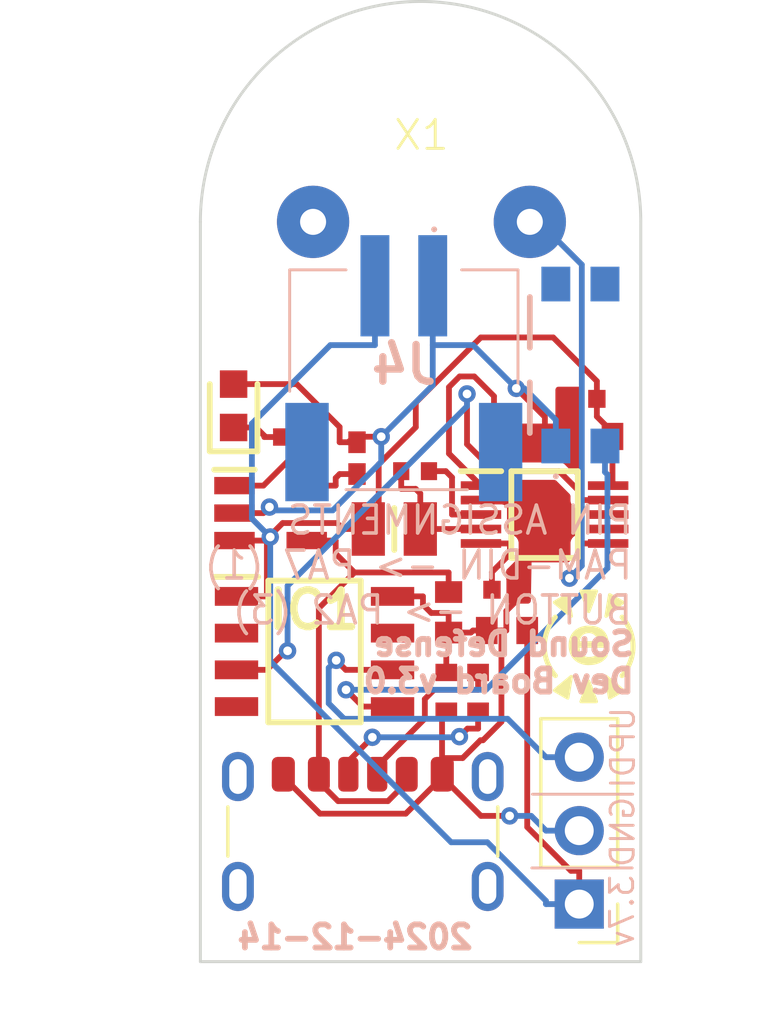
<source format=kicad_pcb>
(kicad_pcb (version 20240108) (generator "pcbnew") (generator_version "8.0")
  (layers (0 "F.Cu" signal) (31 "B.Cu" signal) (34 "B.Paste" user) (35 "F.Paste" user) (36 "B.SilkS" user "B.Silkscreen") (37 "F.SilkS" user "F.Silkscreen") (38 "B.Mask" user) (39 "F.Mask" user) (44 "Edge.Cuts" user))
  (net 0 "")
  (net 1 "Net-(IC2-BOOT)")
  (net 2 "Net-(IC2-SW)")
  (net 3 "Net-(IC2-FB)")
  (net 4 "GND")
  (net 5 "Net-(IC2-VCC)")
  (net 6 "Net-(IC1-PA2)")
  (net 7 "Net-(IC1-PA7)")
  (net 8 "Net-(IC2-OUTN)")
  (net 9 "Net-(IC2-OUTP)")
  (net 12 "/VBAT")
  (net 13 "Net-(IC3-STAT)")
  (net 14 "Net-(IC3-PROG)")
  (net 15 "Net-(IC3-VDD)")
  (net 17 "Net-(J3-CC2)")
  (net 19 "Net-(J3-CC1)")
  (net 24 "Net-(LED1-K)")
  (net 27 "/UPDI")
  (footprint "SD-PAM:SOP50P490X110-10N" (layer "F.Cu") (at 143.88 103.47)
    (property "Reference" "IC2" (hide yes))
    (property "Value" "PAM8906M1018-13" (hide yes))
  )
  (footprint "SD-RES-5_1K:RESC1005X40N" (layer "F.Cu") (at 141.03 108.93)
    (property "Reference" "R3" (hide yes))
    (property "Value" "5.1KOhm" (hide yes))
  )
  (footprint "SD-CAP1:CAPC1005X55N" (layer "F.Cu") (at 145.23 99.47 180)
    (property "Reference" "C4" (hide yes))
    (property "Value" "1uF GRM155R61E105KA12D" (hide yes))
  )
  (footprint "SD-CAP1:CAPC1005X55N" (layer "F.Cu") (at 142.52 106.07 180)
    (property "Reference" "C2" (hide yes))
    (property "Value" "1uF GRM155R61E105KA12D" (hide yes))
  )
  (footprint "Connector_USB:USB_C_Receptacle_GCT_USB4125-xx-x-0190_6P_TopMnt_Horizontal" (layer "F.Cu") (at 137.59 115.53)
    (property "Reference" "J3" (hide yes))
    (property "Value" "USB_C_Receptacle_PowerOnly_6P")
  )
  (footprint "Connector_PinHeader_2.54mm:PinHeader_1x03_P2.54mm_Vertical" (layer "F.Cu") (at 145.08 116.94 180)
    (property "Reference" "J1" (hide yes))
    (property "Value" "Conn_01x03_Pin")
  )
  (footprint "LED:LEDC1608X80N" (layer "F.Cu") (at 133.12 99.71 90)
    (property "Reference" "LED1" (hide yes))
    (property "Value" "150060VS75000" (hide yes))
  )
  (footprint "SD-IND:INDC2016X95N" (layer "F.Cu") (at 138.68 103.97)
    (property "Reference" "L1" (hide yes))
    (property "Value" "SRN2009T-R47M" (hide yes))
  )
  (footprint "SD-CAP-10:CAPC1608X90N" (layer "F.Cu") (at 140.56 106.85 90)
    (property "Reference" "C6" (hide yes))
    (property "Value" "10uF GRM188R61E106MA73D" (hide yes))
  )
  (footprint "SD-CAP1:CAPC1005X55N" (layer "F.Cu") (at 142.59 100.925)
    (property "Reference" "C5" (hide yes))
    (property "Value" "1uF GRM155R61E105KA12D" (hide yes))
  )
  (footprint "SD-MCP:SOT95P270X145-5N" (layer "F.Cu") (at 134.4 103.42)
    (property "Reference" "IC3" (hide yes))
    (property "Value" "MCP73831T-2ACI_OT" (hide yes))
  )
  (footprint "SD-PIEZO:SD-CPT-1404-85T" (layer "F.Cu") (at 139.62 93.35)
    (property "Reference" "X1")
    (property "Value" "CPT-1404-85T")
  )
  (footprint "SD-CAP-10:CAPC1608X90N" (layer "F.Cu") (at 142.58 107.48 180)
    (property "Reference" "C7" (hide yes))
    (property "Value" "10uF GRM188R61E106MA73D" (hide yes))
  )
  (footprint "SD-RES-5_1K:RESC1005X40N" (layer "F.Cu") (at 141.03 110.27)
    (property "Reference" "R1" (hide yes))
    (property "Value" "5.1KOhm" (hide yes))
  )
  (footprint "SD-RES:RESC1005X40N" (layer "F.Cu") (at 135.41 100.79)
    (property "Reference" "R2" (hide yes))
    (property "Value" "100 Ohms" (hide yes))
  )
  (footprint "SD-01-CAP:CAPC1005X55N" (layer "F.Cu") (at 139.4 101.97)
    (property "Reference" "C1" (hide yes))
    (property "Value" "0.1uF 0402B104K160CT" (hide yes))
  )
  (footprint "SD-CAP-10:CAPC1608X90N" (layer "F.Cu") (at 145.53 100.77 180)
    (property "Reference" "C3" (hide yes))
    (property "Value" "10uF GRM188R61E106MA73D" (hide yes))
  )
  (footprint "SD-ATTINY:SOIC127P600X175-8N" (layer "F.Cu") (at 135.92 108.205)
    (property "Reference" "IC1")
    (property "Value" "ATTINY402-SSNR" (hide yes))
  )
  (footprint "SD-RES-10K:RESC1005X40N" (layer "F.Cu") (at 137.39 101.52 90)
    (property "Reference" "R4" (hide yes))
    (property "Value" "10K Ohm" (hide yes))
  )
  (footprint "SD-SWI:436331045822" (layer "B.Cu") (at 145.62 98.3 -90)
    (property "Reference" "S1" (hide yes))
    (property "Value" "436331045822" (hide yes))
  )
  (footprint "SD-JST3:S2BPHSM4TBLFSN" (layer "B.Cu") (at 139.01 98.81)
    (property "Reference" "J4")
    (property "Value" "S2B-PH-SM4-TB_LF__SN_" (hide yes))
  )
  (gr_line (start 146.93 113.14) (end 143.46 113.14) (stroke (width 0.1)) (layer "B.SilkS"))
  (gr_line (start 146.91 115.69) (end 143.44 115.69) (stroke (width 0.1)) (layer "B.SilkS"))
  (gr_poly (pts (xy 144.813485 109.015944) (xy 144.817267 109.016784) (xy 144.821046 109.017624) (xy 144.824408 109.018883) (xy 144.82819 109.020143) (xy 144.831549 109.021826) (xy 144.834911 109.023925) (xy 144.83785 109.026027) (xy 144.840792 109.028126) (xy 144.843734 109.030645) (xy 144.846253 109.033588) (xy 144.848776 109.03611) (xy 144.851295 109.039049) (xy 144.853394 109.042411) (xy 144.855077 109.04577) (xy 144.858436 109.052494) (xy 144.859698 109.056273) (xy 144.860538 109.059635) (xy 144.861378 109.063417) (xy 144.861798 109.067199) (xy 144.861798 109.078542) (xy 144.861378 109.08232) (xy 144.737862 109.822988) (xy 144.737442 109.826767) (xy 144.734923 109.834331) (xy 144.733664 109.83769) (xy 144.731981 109.841052) (xy 144.729882 109.844414) (xy 144.727779 109.847773) (xy 144.72526 109.850715) (xy 144.722738 109.853657) (xy 144.719799 109.856177) (xy 144.717276 109.858696) (xy 144.713917 109.861218) (xy 144.710975 109.862897) (xy 144.707616 109.865) (xy 144.703834 109.866679) (xy 144.700472 109.867939) (xy 144.696694 109.869198) (xy 144.692912 109.870041) (xy 144.68913 109.870881) (xy 144.685348 109.871301) (xy 144.677787 109.871301) (xy 144.670223 109.870461) (xy 144.666445 109.869621) (xy 144.662662 109.868358) (xy 144.658881 109.867099) (xy 144.655522 109.865419) (xy 144.65216 109.863737) (xy 144.195493 109.599905) (xy 144.192131 109.597806) (xy 144.189192 109.595703) (xy 144.18625 109.593184) (xy 144.183308 109.590662) (xy 144.180789 109.587723) (xy 144.178266 109.58478) (xy 144.176167 109.581841) (xy 144.174068 109.578479) (xy 144.172385 109.575117) (xy 144.170705 109.571338) (xy 144.169446 109.567976) (xy 144.168186 109.564194) (xy 144.167343 109.560416) (xy 144.166504 109.552852) (xy 144.166504 109.54907) (xy 144.166924 109.544871) (xy 144.167763 109.537307) (xy 144.169026 109.533948) (xy 144.171545 109.526384) (xy 144.173228 109.523023) (xy 144.174907 109.519664) (xy 144.177006 109.516301) (xy 144.179529 109.513363) (xy 144.182048 109.51042) (xy 144.18457 109.507901) (xy 144.187509 109.505379) (xy 144.767272 109.028126) (xy 144.770214 109.026027) (xy 144.773573 109.023925) (xy 144.776935 109.021826) (xy 144.780294 109.020143) (xy 144.783656 109.018883) (xy 144.787438 109.017624) (xy 144.790797 109.016784) (xy 144.794579 109.015944) (xy 144.802142 109.015104) (xy 144.805921 109.015104)) (stroke (width -0.000001)) (fill solid) (layer "F.SilkS"))
  (gr_poly (pts (xy 144.281195 106.935109) (xy 144.296319 106.94183) (xy 144.310181 106.951913) (xy 144.331187 106.979223) (xy 144.337071 106.994768) (xy 144.339591 107.011572) (xy 144.334969 107.0456) (xy 144.318165 107.074589) (xy 144.305983 107.088874) (xy 144.293797 107.103156) (xy 144.281615 107.11786) (xy 144.269852 107.132565) (xy 144.258086 107.14769) (xy 144.246744 107.162814) (xy 144.235401 107.177936) (xy 144.213556 107.209025) (xy 144.203053 107.224569) (xy 144.19255 107.240533) (xy 144.172384 107.272462) (xy 144.162721 107.288849) (xy 144.153058 107.305233) (xy 144.143817 107.321617) (xy 144.134574 107.338002) (xy 144.125751 107.354806) (xy 144.11693 107.37161) (xy 144.108527 107.388417) (xy 144.100123 107.405641) (xy 144.092143 107.422865) (xy 144.084579 107.440092) (xy 144.076598 107.457315) (xy 144.069454 107.474959) (xy 144.062313 107.492186) (xy 144.055592 107.50983) (xy 144.048871 107.527894) (xy 144.042147 107.54554) (xy 144.036266 107.563604) (xy 144.029965 107.581671) (xy 144.024503 107.599314) (xy 144.019042 107.617798) (xy 144.013581 107.635865) (xy 144.008539 107.653928) (xy 144.003918 107.672415) (xy 143.999296 107.690898) (xy 143.995094 107.709385) (xy 143.990895 107.727869) (xy 143.987114 107.746355) (xy 143.983751 107.764839) (xy 143.980392 107.783325) (xy 143.97703 107.802232) (xy 143.974508 107.821135) (xy 143.971569 107.839622) (xy 143.969467 107.858525) (xy 143.965268 107.896338) (xy 143.964005 107.914822) (xy 143.962326 107.933728) (xy 143.961486 107.952631) (xy 143.959807 107.990444) (xy 143.959387 108.009768) (xy 143.959387 108.047577) (xy 143.959807 108.066484) (xy 143.960646 108.08539) (xy 143.961486 108.104294) (xy 143.962326 108.1232) (xy 143.964005 108.142107) (xy 143.965268 108.16101) (xy 143.967367 108.179916) (xy 143.969467 108.1984) (xy 143.971569 108.217306) (xy 143.974508 108.23621) (xy 143.97703 108.254696) (xy 143.980392 108.273603) (xy 143.983751 108.292087) (xy 143.987114 108.310573) (xy 143.990895 108.329476) (xy 143.995094 108.347963) (xy 143.999296 108.366446) (xy 144.003918 108.384513) (xy 144.008539 108.402997) (xy 144.013581 108.421063) (xy 144.019042 108.439547) (xy 144.024503 108.457614) (xy 144.029965 108.475677) (xy 144.036266 108.493744) (xy 144.042147 108.511388) (xy 144.048871 108.529451) (xy 144.055592 108.547098) (xy 144.062313 108.564742) (xy 144.069454 108.581966) (xy 144.076598 108.599613) (xy 144.084579 108.616837) (xy 144.092143 108.63406) (xy 144.100123 108.651288) (xy 144.108527 108.668511) (xy 144.11693 108.685315) (xy 144.125751 108.702119) (xy 144.134574 108.718926) (xy 144.143817 108.735311) (xy 144.153058 108.752115) (xy 144.162721 108.768499) (xy 144.172384 108.784463) (xy 144.19255 108.816392) (xy 144.203053 108.832356) (xy 144.213556 108.8479) (xy 144.235401 108.878989) (xy 144.258086 108.909238) (xy 144.269852 108.924363) (xy 144.281615 108.939068) (xy 144.293797 108.953769) (xy 144.305983 108.968054) (xy 144.318165 108.982339) (xy 144.335389 109.011748) (xy 144.339171 109.028132) (xy 144.339591 109.045356) (xy 144.330767 109.078544) (xy 144.321947 109.092829) (xy 144.310181 109.105012) (xy 144.280355 109.122239) (xy 144.264391 109.126017) (xy 144.247164 109.126437) (xy 144.214395 109.117617) (xy 144.187508 109.097031) (xy 144.174486 109.081906) (xy 144.161881 109.066782) (xy 144.149279 109.051237) (xy 144.136673 109.035693) (xy 144.124491 109.019729) (xy 144.112309 109.004185) (xy 144.100123 108.98822) (xy 144.088781 108.971836) (xy 144.077018 108.955452) (xy 144.065675 108.939068) (xy 144.054753 108.92268) (xy 144.04383 108.905877) (xy 144.022824 108.872268) (xy 144.012321 108.855044) (xy 144.002238 108.837817) (xy 143.992575 108.820594) (xy 143.982912 108.80295) (xy 143.973249 108.785303) (xy 143.964005 108.767659) (xy 143.955185 108.750015) (xy 143.946361 108.731949) (xy 143.937958 108.713885) (xy 143.929557 108.695818) (xy 143.921574 108.677755) (xy 143.913593 108.659268) (xy 143.906029 108.640785) (xy 143.898469 108.622298) (xy 143.891328 108.603814) (xy 143.884604 108.585328) (xy 143.877883 108.566421) (xy 143.871162 108.547518) (xy 143.864858 108.528611) (xy 143.858976 108.509708) (xy 143.853095 108.490382) (xy 143.847634 108.471475) (xy 143.842172 108.452152) (xy 143.832089 108.413499) (xy 143.827467 108.394176) (xy 143.823269 108.37485) (xy 143.819067 108.355104) (xy 143.815285 108.335777) (xy 143.811503 108.316034) (xy 143.808144 108.296288) (xy 143.804782 108.276962) (xy 143.802263 108.257216) (xy 143.799321 108.237472) (xy 143.796802 108.217306) (xy 143.794699 108.19756) (xy 143.7926 108.177814) (xy 143.790917 108.158071) (xy 143.789658 108.137905) (xy 143.787139 108.098412) (xy 143.786719 108.078246) (xy 143.785876 108.058503) (xy 143.785876 107.998425) (xy 143.786719 107.978679) (xy 143.787139 107.958936) (xy 143.788398 107.93877) (xy 143.789658 107.919024) (xy 143.790917 107.898857) (xy 143.7926 107.879111) (xy 143.794699 107.859368) (xy 143.796802 107.839622) (xy 143.799321 107.819876) (xy 143.802263 107.800129) (xy 143.804782 107.780383) (xy 143.808144 107.76064) (xy 143.811503 107.740894) (xy 143.815285 107.721148) (xy 143.819067 107.701821) (xy 143.823269 107.682078) (xy 143.827467 107.662752) (xy 143.832089 107.643425) (xy 143.837131 107.624102) (xy 143.842172 107.604776) (xy 143.847634 107.58545) (xy 143.853095 107.566546) (xy 143.858976 107.54722) (xy 143.864858 107.528313) (xy 143.871162 107.50941) (xy 143.877883 107.490504) (xy 143.884604 107.47202) (xy 143.891328 107.453114) (xy 143.898469 107.43463) (xy 143.906029 107.416144) (xy 143.913593 107.397657) (xy 143.921574 107.379174) (xy 143.929557 107.361107) (xy 143.937958 107.343043) (xy 143.946361 107.324979) (xy 143.955185 107.306913) (xy 143.964005 107.289269) (xy 143.973249 107.271622) (xy 143.992575 107.236335) (xy 144.002238 107.219108) (xy 144.012321 107.201884) (xy 144.022824 107.18466) (xy 144.033327 107.167856) (xy 144.04383 107.151049) (xy 144.054753 107.134245) (xy 144.065675 107.11786) (xy 144.077018 107.101476) (xy 144.088781 107.085092) (xy 144.100123 107.069128) (xy 144.112309 107.053164) (xy 144.136673 107.021235) (xy 144.149279 107.005691) (xy 144.161881 106.990566) (xy 144.174486 106.975022) (xy 144.187508 106.960317) (xy 144.214395 106.938891) (xy 144.22994 106.93343) (xy 144.247164 106.930908)) (stroke (width -0.000001)) (fill solid) (layer "F.SilkS"))
  (gr_poly (pts (xy 145.416768 109.177269) (xy 145.42013 109.178109) (xy 145.423912 109.179369) (xy 145.427691 109.180212) (xy 145.434415 109.18357) (xy 145.437774 109.18525) (xy 145.440716 109.187352) (xy 145.444075 109.189872) (xy 145.446597 109.192394) (xy 145.449536 109.194913) (xy 145.452059 109.197855) (xy 145.454158 109.200794) (xy 145.45626 109.204156) (xy 145.45836 109.207099) (xy 145.460039 109.210877) (xy 145.461302 109.21424) (xy 145.725134 109.917094) (xy 145.725974 109.920876) (xy 145.727233 109.924658) (xy 145.728076 109.928437) (xy 145.728496 109.932219) (xy 145.728496 109.943561) (xy 145.726817 109.951125) (xy 145.725974 109.954904) (xy 145.724714 109.958686) (xy 145.723035 109.962048) (xy 145.721352 109.965407) (xy 145.717153 109.972131) (xy 145.714631 109.97507) (xy 145.712109 109.978012) (xy 145.70959 109.980531) (xy 145.706651 109.983054) (xy 145.703289 109.985153) (xy 145.699927 109.987256) (xy 145.696567 109.988935) (xy 145.689844 109.992294) (xy 145.686065 109.993137) (xy 145.678501 109.994816) (xy 145.674719 109.995236) (xy 145.139911 109.995236) (xy 145.135712 109.994816) (xy 145.128148 109.993137) (xy 145.124789 109.992294) (xy 145.121007 109.990614) (xy 145.117645 109.988935) (xy 145.114286 109.987256) (xy 145.110924 109.985153) (xy 145.107982 109.983054) (xy 145.105043 109.980531) (xy 145.102101 109.978012) (xy 145.099582 109.97507) (xy 145.097059 109.972131) (xy 145.09496 109.968769) (xy 145.092857 109.965407) (xy 145.091178 109.962048) (xy 145.089499 109.958686) (xy 145.088239 109.954904) (xy 145.087396 109.951125) (xy 145.086556 109.947343) (xy 145.085716 109.93978) (xy 145.085716 109.936001) (xy 145.086556 109.928437) (xy 145.086976 109.924658) (xy 145.088239 109.920876) (xy 145.089499 109.917094) (xy 145.352911 109.21424) (xy 145.35459 109.210877) (xy 145.356273 109.207099) (xy 145.357952 109.204156) (xy 145.360052 109.200794) (xy 145.362574 109.197855) (xy 145.365093 109.194913) (xy 145.367615 109.192394) (xy 145.370554 109.189872) (xy 145.373497 109.187352) (xy 145.376436 109.18525) (xy 145.38316 109.181891) (xy 145.386939 109.180212) (xy 145.390301 109.179369) (xy 145.394083 109.178109) (xy 145.397864 109.177269) (xy 145.401643 109.17685) (xy 145.412986 109.17685)) (stroke (width -0.000001)) (fill solid) (layer "F.SilkS"))
  (gr_poly (pts (xy 146.140631 106.186041) (xy 146.148195 106.187721) (xy 146.151974 106.18856) (xy 146.155336 106.189823) (xy 146.158698 106.191502) (xy 146.162477 106.193602) (xy 146.618723 106.457017) (xy 146.625447 106.461216) (xy 146.628386 106.463738) (xy 146.630908 106.466257) (xy 146.633428 106.4692) (xy 146.63595 106.472142) (xy 146.638469 106.475501) (xy 146.640152 106.478443) (xy 146.642251 106.482222) (xy 146.643511 106.485584) (xy 146.644773 106.489366) (xy 146.646033 106.492725) (xy 146.646873 106.496506) (xy 146.647713 106.50407) (xy 146.647713 106.512051) (xy 146.647293 106.515833) (xy 146.646453 106.519615) (xy 146.645613 106.523394) (xy 146.64435 106.526756) (xy 146.642671 106.530538) (xy 146.640991 106.533896) (xy 146.639309 106.537259) (xy 146.63721 106.540621) (xy 146.634687 106.54356) (xy 146.632168 106.546502) (xy 146.629649 106.549441) (xy 146.626707 106.551963) (xy 146.046945 107.028796) (xy 146.044006 107.030895) (xy 146.040643 107.032997) (xy 146.037285 107.035097) (xy 146.033923 107.036776) (xy 146.03056 107.038039) (xy 146.027201 107.039299) (xy 146.023419 107.040558) (xy 146.019638 107.040978) (xy 146.015856 107.041818) (xy 146.004513 107.041818) (xy 146.000734 107.040978) (xy 145.996952 107.040558) (xy 145.993591 107.039299) (xy 145.989812 107.038039) (xy 145.98645 107.036776) (xy 145.983087 107.035097) (xy 145.979729 107.032997) (xy 145.976366 107.031315) (xy 145.973424 107.028796) (xy 145.970485 107.026273) (xy 145.967963 107.023754) (xy 145.965444 107.020812) (xy 145.962921 107.017873) (xy 145.961242 107.014511) (xy 145.959142 107.011149) (xy 145.95746 107.00779) (xy 145.9562 107.004428) (xy 145.954941 107.000646) (xy 145.953681 106.997287) (xy 145.953261 106.993505) (xy 145.952418 106.989723) (xy 145.952418 106.982162) (xy 145.952838 106.978381) (xy 145.953261 106.974599) (xy 146.076354 106.233934) (xy 146.077193 106.230152) (xy 146.078034 106.226373) (xy 146.079296 106.223011) (xy 146.080975 106.219229) (xy 146.082655 106.21587) (xy 146.084338 106.212508) (xy 146.086437 106.209566) (xy 146.088956 106.206207) (xy 146.094418 106.200746) (xy 146.09736 106.198223) (xy 146.100302 106.196124) (xy 146.103661 106.194022) (xy 146.107023 106.191922) (xy 146.110382 106.190243) (xy 146.114164 106.18898) (xy 146.117526 106.187721) (xy 146.121308 106.186881) (xy 146.125086 106.186041) (xy 146.128869 106.186041) (xy 146.13307 106.185621) (xy 146.136852 106.185621)) (stroke (width -0.000001)) (fill solid) (layer "F.SilkS"))
  (gr_poly (pts (xy 144.685344 106.186039) (xy 144.689126 106.186039) (xy 144.692908 106.186882) (xy 144.69669 106.187722) (xy 144.700469 106.188982) (xy 144.703831 106.190241) (xy 144.707613 106.191924) (xy 144.710972 106.194023) (xy 144.713914 106.196122) (xy 144.717276 106.198225) (xy 144.719795 106.200744) (xy 144.722734 106.203686) (xy 144.725257 106.206205) (xy 144.727779 106.209567) (xy 144.729878 106.212506) (xy 144.731977 106.215869) (xy 144.73366 106.219231) (xy 144.73492 106.223009) (xy 144.736179 106.226372) (xy 144.737439 106.230153) (xy 144.737859 106.233935) (xy 144.861374 106.9746) (xy 144.861794 106.978382) (xy 144.861794 106.989725) (xy 144.861374 106.993506) (xy 144.860535 106.997285) (xy 144.859695 107.000647) (xy 144.858432 107.004429) (xy 144.856753 107.007788) (xy 144.855073 107.01115) (xy 144.853391 107.014512) (xy 144.851291 107.017871) (xy 144.848772 107.020813) (xy 144.84625 107.023752) (xy 144.843731 107.026275) (xy 144.840788 107.028794) (xy 144.837849 107.031316) (xy 144.834907 107.032996) (xy 144.831545 107.035098) (xy 144.828186 107.036778) (xy 144.824404 107.038037) (xy 144.821042 107.039297) (xy 144.817263 107.04056) (xy 144.813481 107.040979) (xy 144.8097 107.041819) (xy 144.798357 107.041819) (xy 144.794575 107.040979) (xy 144.790796 107.04056) (xy 144.787434 107.039297) (xy 144.783652 107.038037) (xy 144.780293 107.036778) (xy 144.776931 107.035098) (xy 144.773569 107.032996) (xy 144.77021 107.030896) (xy 144.767268 107.028794) (xy 144.187506 106.551962) (xy 144.184567 106.549442) (xy 144.182045 106.5465) (xy 144.179525 106.543561) (xy 144.177003 106.540619) (xy 144.174904 106.53726) (xy 144.173224 106.533898) (xy 144.171541 106.530536) (xy 144.170282 106.526757) (xy 144.169022 106.523395) (xy 144.167763 106.519613) (xy 144.16734 106.515831) (xy 144.16692 106.512052) (xy 144.1665 106.50827) (xy 144.1665 106.504069) (xy 144.16692 106.500287) (xy 144.16734 106.496508) (xy 144.168183 106.492726) (xy 144.169442 106.489364) (xy 144.170702 106.485585) (xy 144.172381 106.482223) (xy 144.174064 106.478441) (xy 144.176163 106.475502) (xy 144.178266 106.47214) (xy 144.180785 106.469201) (xy 144.183307 106.466259) (xy 144.186246 106.46374) (xy 144.189189 106.461217) (xy 144.192128 106.459118) (xy 144.19549 106.457016) (xy 144.652156 106.193603) (xy 144.655518 106.191501) (xy 144.658877 106.189821) (xy 144.662659 106.188562) (xy 144.666441 106.187722) (xy 144.670219 106.186882) (xy 144.674001 106.186039) (xy 144.677783 106.185619) (xy 144.681562 106.185619)) (stroke (width -0.000001)) (fill solid) (layer "F.SilkS"))
  (gr_poly (pts (xy 145.678501 106.062103) (xy 145.686065 106.063782) (xy 145.689844 106.065045) (xy 145.693206 106.066304) (xy 145.696567 106.067984) (xy 145.699927 106.069667) (xy 145.706651 106.073865) (xy 145.70959 106.076387) (xy 145.712109 106.079326) (xy 145.714631 106.081849) (xy 145.717153 106.085208) (xy 145.719253 106.08815) (xy 145.721352 106.091512) (xy 145.723035 106.094871) (xy 145.724714 106.098653) (xy 145.725974 106.102015) (xy 145.726817 106.105794) (xy 145.728496 106.113358) (xy 145.728496 106.1247) (xy 145.728076 106.128902) (xy 145.727233 106.132684) (xy 145.725974 106.136043) (xy 145.725134 106.139825) (xy 145.461302 106.84268) (xy 145.460039 106.846462) (xy 145.45836 106.84982) (xy 145.45626 106.853182) (xy 145.454158 106.856125) (xy 145.452059 106.859064) (xy 145.449536 106.862006) (xy 145.446597 106.864525) (xy 145.444075 106.867048) (xy 145.440716 106.869567) (xy 145.437774 106.871669) (xy 145.434415 106.873349) (xy 145.427691 106.876707) (xy 145.423912 106.87797) (xy 145.42013 106.87881) (xy 145.416768 106.87965) (xy 145.412986 106.88007) (xy 145.409207 106.880489) (xy 145.405425 106.880489) (xy 145.401643 106.88007) (xy 145.397864 106.87965) (xy 145.390301 106.87797) (xy 145.386939 106.876707) (xy 145.38316 106.875028) (xy 145.376436 106.871669) (xy 145.373497 106.869567) (xy 145.370554 106.867048) (xy 145.367615 106.864525) (xy 145.365093 106.862006) (xy 145.362574 106.859064) (xy 145.360052 106.856125) (xy 145.357952 106.853182) (xy 145.356273 106.84982) (xy 145.35459 106.846462) (xy 145.352911 106.84268) (xy 145.089499 106.139825) (xy 145.088239 106.136043) (xy 145.086976 106.132684) (xy 145.086556 106.128902) (xy 145.086136 106.1247) (xy 145.085716 106.120918) (xy 145.085716 106.11714) (xy 145.086556 106.109576) (xy 145.087396 106.105794) (xy 145.088239 106.102015) (xy 145.089499 106.098653) (xy 145.091178 106.094871) (xy 145.092857 106.091512) (xy 145.09496 106.08815) (xy 145.097059 106.085208) (xy 145.099582 106.081849) (xy 145.102101 106.079326) (xy 145.105043 106.076387) (xy 145.107982 106.073865) (xy 145.110924 106.071766) (xy 145.114286 106.069667) (xy 145.117645 106.067984) (xy 145.121007 106.066304) (xy 145.124789 106.065045) (xy 145.128148 106.063782) (xy 145.135712 106.062103) (xy 145.139911 106.061683) (xy 145.674719 106.061683)) (stroke (width -0.000001)) (fill solid) (layer "F.SilkS"))
  (gr_poly (pts (xy 146.015854 109.015524) (xy 146.019635 109.015944) (xy 146.023417 109.016784) (xy 146.027196 109.017624) (xy 146.03392 109.020143) (xy 146.037279 109.021826) (xy 146.040641 109.023925) (xy 146.044003 109.026027) (xy 146.046942 109.028127) (xy 146.626704 109.505379) (xy 146.629647 109.507898) (xy 146.632166 109.51042) (xy 146.634685 109.513363) (xy 146.637207 109.516302) (xy 146.639307 109.519664) (xy 146.640986 109.523023) (xy 146.642669 109.526385) (xy 146.644348 109.530167) (xy 146.645608 109.533949) (xy 146.646451 109.537308) (xy 146.64729 109.541089) (xy 146.64771 109.544871) (xy 146.64771 109.552852) (xy 146.64729 109.556634) (xy 146.646871 109.560413) (xy 146.646028 109.564195) (xy 146.644768 109.567977) (xy 146.643508 109.571339) (xy 146.642249 109.575117) (xy 146.64015 109.578479) (xy 146.638467 109.581842) (xy 146.635948 109.584781) (xy 146.633426 109.587723) (xy 146.630906 109.590662) (xy 146.628384 109.593184) (xy 146.625445 109.595703) (xy 146.622083 109.597806) (xy 146.618721 109.599905) (xy 146.162474 109.863737) (xy 146.158695 109.86542) (xy 146.155333 109.867099) (xy 146.151971 109.868359) (xy 146.148193 109.869622) (xy 146.144411 109.870462) (xy 146.136847 109.871301) (xy 146.128866 109.871301) (xy 146.125084 109.870881) (xy 146.121302 109.870042) (xy 146.117524 109.869198) (xy 146.114161 109.867939) (xy 146.11038 109.866679) (xy 146.107021 109.865) (xy 146.103659 109.862898) (xy 146.100297 109.861218) (xy 146.097358 109.858696) (xy 146.094415 109.856177) (xy 146.091476 109.853657) (xy 146.088954 109.850715) (xy 146.086435 109.847773) (xy 146.084332 109.844414) (xy 146.080974 109.83769) (xy 146.079291 109.834331) (xy 146.078031 109.830549) (xy 146.077191 109.826767) (xy 146.076352 109.822989) (xy 145.953256 109.082321) (xy 145.952836 109.078542) (xy 145.952416 109.07476) (xy 145.952416 109.067196) (xy 145.953256 109.063417) (xy 145.953676 109.059635) (xy 145.954938 109.056273) (xy 145.956198 109.052495) (xy 145.957458 109.049132) (xy 145.95914 109.04577) (xy 145.96124 109.042412) (xy 145.962919 109.039049) (xy 145.965441 109.036107) (xy 145.967961 109.033588) (xy 145.970483 109.030646) (xy 145.973422 109.028127) (xy 145.976364 109.026027) (xy 145.979723 109.023925) (xy 145.983085 109.021826) (xy 145.986447 109.020143) (xy 145.989806 109.018883) (xy 145.993588 109.017624) (xy 145.99695 109.016784) (xy 146.000729 109.015944) (xy 146.004511 109.015524) (xy 146.008293 109.015101) (xy 146.012075 109.015101)) (stroke (width -0.000001)) (fill solid) (layer "F.SilkS"))
  (gr_poly (pts (xy 145.473906 107.31237) (xy 145.52642 107.316152) (xy 145.578515 107.322873) (xy 145.630187 107.332956) (xy 145.673461 107.343879) (xy 145.715892 107.357324) (xy 145.757064 107.373708) (xy 145.796973 107.393031) (xy 145.835626 107.4153) (xy 145.872173 107.440507) (xy 145.906624 107.468654) (xy 145.938553 107.499743) (xy 145.967542 107.533351) (xy 145.994009 107.569061) (xy 146.017114 107.606871) (xy 146.037281 107.646783) (xy 146.059126 107.698878) (xy 146.075933 107.753072) (xy 146.088536 107.808109) (xy 146.096939 107.863982) (xy 146.101557 107.920279) (xy 146.10324 107.976995) (xy 146.10324 107.992539) (xy 146.1024 108.012285) (xy 146.101138 108.021526) (xy 146.099038 108.030769) (xy 146.095676 108.039173) (xy 146.091055 108.047153) (xy 146.085173 108.054297) (xy 146.078452 108.060598) (xy 146.070892 108.06606) (xy 146.062488 108.070261) (xy 146.053665 108.073621) (xy 146.044425 108.075723) (xy 146.035181 108.076563) (xy 145.088657 108.076563) (xy 145.093279 108.108491) (xy 145.1 108.14) (xy 145.108403 108.171089) (xy 145.119326 108.201338) (xy 145.132348 108.230744) (xy 145.148316 108.258894) (xy 145.167219 108.284941) (xy 145.188225 108.308466) (xy 145.211753 108.329472) (xy 145.2378 108.347539) (xy 145.265527 108.362664) (xy 145.295357 108.374846) (xy 145.326022 108.384089) (xy 145.357531 108.39039) (xy 145.38946 108.393752) (xy 145.421811 108.394592) (xy 145.46298 108.393332) (xy 145.503732 108.388711) (xy 145.544064 108.380727) (xy 145.583553 108.368964) (xy 145.615905 108.355519) (xy 145.646571 108.338716) (xy 145.67556 108.318969) (xy 145.702447 108.296284) (xy 145.726815 108.271496) (xy 145.749081 108.244609) (xy 145.755802 108.237048) (xy 145.763785 108.230324) (xy 145.772609 108.224863) (xy 145.782269 108.221084) (xy 145.792352 108.218562) (xy 145.802435 108.217722) (xy 145.812518 108.218562) (xy 145.822601 108.220664) (xy 146.013336 108.2799) (xy 146.022576 108.283682) (xy 146.030979 108.288723) (xy 146.03854 108.294604) (xy 146.045264 108.301745) (xy 146.050726 108.309726) (xy 146.054927 108.318549) (xy 146.057866 108.327793) (xy 146.059546 108.337456) (xy 146.059546 108.347119) (xy 146.058706 108.356779) (xy 146.056187 108.366022) (xy 146.052405 108.374846) (xy 146.047363 108.383249) (xy 146.019637 108.419377) (xy 145.990228 108.453827) (xy 145.958299 108.486176) (xy 145.923851 108.516005) (xy 145.887721 108.543312) (xy 145.849908 108.56852) (xy 145.810419 108.590785) (xy 145.757904 108.615153) (xy 145.703707 108.634899) (xy 145.648253 108.65044) (xy 145.591537 108.661786) (xy 145.534401 108.669767) (xy 145.476845 108.673969) (xy 145.419289 108.675648) (xy 145.418449 108.67901) (xy 145.364675 108.677751) (xy 145.311321 108.673549) (xy 145.258383 108.665988) (xy 145.205869 108.654642) (xy 145.162178 108.64246) (xy 145.119326 108.627755) (xy 145.077315 108.609691) (xy 145.036982 108.588686) (xy 144.997913 108.565158) (xy 144.960523 108.53911) (xy 144.925233 108.510544) (xy 144.892464 108.479035) (xy 144.862215 108.445004) (xy 144.834068 108.408874) (xy 144.808861 108.371064) (xy 144.787015 108.331155) (xy 144.766009 108.286201) (xy 144.748363 108.239568) (xy 144.73534 108.191675) (xy 144.725257 108.142942) (xy 144.718117 108.093786) (xy 144.713915 108.044214) (xy 144.712652 107.994639) (xy 144.713915 107.940865) (xy 144.718536 107.887091) (xy 144.724357 107.85012) (xy 145.097061 107.85012) (xy 145.704927 107.85012) (xy 145.701608 107.817772) (xy 145.695307 107.78542) (xy 145.686063 107.753912) (xy 145.673041 107.723666) (xy 145.656654 107.695096) (xy 145.637331 107.668629) (xy 145.615905 107.645944) (xy 145.591957 107.625778) (xy 145.565909 107.608554) (xy 145.537763 107.594689) (xy 145.508354 107.583766) (xy 145.478104 107.576202) (xy 145.447016 107.572004) (xy 145.415507 107.570741) (xy 145.381479 107.572004) (xy 145.347448 107.575782) (xy 145.31384 107.582926) (xy 145.281491 107.593849) (xy 145.250402 107.608554) (xy 145.221413 107.627037) (xy 145.199148 107.645524) (xy 145.178981 107.66611) (xy 145.161338 107.688795) (xy 145.145794 107.713163) (xy 145.128989 107.745511) (xy 145.115544 107.779539) (xy 145.105041 107.81441) (xy 145.097061 107.85012) (xy 144.724357 107.85012) (xy 144.726937 107.833736) (xy 144.738699 107.781222) (xy 144.751725 107.737528) (xy 144.768109 107.695096) (xy 144.787435 107.653504) (xy 144.809701 107.613595) (xy 144.834908 107.575782) (xy 144.863055 107.539655) (xy 144.893724 107.506044) (xy 144.927332 107.474955) (xy 144.963042 107.446388) (xy 145.000852 107.420761) (xy 145.040345 107.397653) (xy 145.081097 107.377487) (xy 145.12731 107.359003) (xy 145.174783 107.343459) (xy 145.223096 107.331276) (xy 145.272248 107.322453) (xy 145.321824 107.316152) (xy 145.371396 107.31237) (xy 145.421391 107.31111)) (stroke (width -0.000001)) (fill solid) (layer "F.SilkS"))
  (gr_poly (pts (xy 146.584273 106.93343) (xy 146.599817 106.938891) (xy 146.626704 106.960317) (xy 146.639726 106.975022) (xy 146.652751 106.990566) (xy 146.665354 107.005691) (xy 146.677959 107.021235) (xy 146.702324 107.053164) (xy 146.714086 107.069128) (xy 146.725852 107.085092) (xy 146.748537 107.11786) (xy 146.75946 107.134245) (xy 146.770382 107.151049) (xy 146.781305 107.167856) (xy 146.791808 107.18466) (xy 146.811974 107.219108) (xy 146.822058 107.236335) (xy 146.831721 107.253978) (xy 146.840964 107.271622) (xy 146.850207 107.289269) (xy 146.859027 107.306913) (xy 146.867851 107.324979) (xy 146.876251 107.343043) (xy 146.884655 107.361107) (xy 146.893058 107.379174) (xy 146.900619 107.397657) (xy 146.908183 107.416144) (xy 146.915744 107.43463) (xy 146.922885 107.453114) (xy 146.930028 107.47202) (xy 146.936749 107.490504) (xy 146.943051 107.50941) (xy 146.949355 107.528313) (xy 146.955656 107.54722) (xy 146.961117 107.566546) (xy 146.966999 107.58545) (xy 146.977082 107.624102) (xy 146.982123 107.643425) (xy 146.986745 107.662752) (xy 146.990944 107.682078) (xy 146.995145 107.701821) (xy 146.998927 107.721148) (xy 147.002709 107.740894) (xy 147.006068 107.76064) (xy 147.00943 107.780383) (xy 147.012372 107.800129) (xy 147.017411 107.839622) (xy 147.019513 107.859368) (xy 147.021612 107.879111) (xy 147.023295 107.898857) (xy 147.024975 107.919024) (xy 147.025814 107.93877) (xy 147.027074 107.958936) (xy 147.027914 107.978679) (xy 147.028336 107.998425) (xy 147.028336 108.058503) (xy 147.027914 108.078246) (xy 147.027074 108.098412) (xy 147.025814 108.118159) (xy 147.024975 108.137905) (xy 147.023295 108.158071) (xy 147.021612 108.177814) (xy 147.019513 108.19756) (xy 147.017411 108.217306) (xy 147.014892 108.237472) (xy 147.012372 108.257216) (xy 147.00943 108.276962) (xy 147.006068 108.296288) (xy 147.002709 108.316034) (xy 146.998927 108.335777) (xy 146.995145 108.355104) (xy 146.990944 108.37485) (xy 146.986745 108.394176) (xy 146.982123 108.413499) (xy 146.97204 108.452152) (xy 146.966999 108.471475) (xy 146.961117 108.490382) (xy 146.955656 108.509708) (xy 146.949355 108.528611) (xy 146.943051 108.547518) (xy 146.936749 108.566421) (xy 146.930028 108.585328) (xy 146.922885 108.603814) (xy 146.915744 108.622298) (xy 146.908183 108.640785) (xy 146.900619 108.659268) (xy 146.893058 108.677755) (xy 146.884655 108.695818) (xy 146.876251 108.713885) (xy 146.867851 108.731949) (xy 146.859027 108.750015) (xy 146.850207 108.767659) (xy 146.840964 108.785303) (xy 146.831721 108.80295) (xy 146.822058 108.820594) (xy 146.811974 108.837817) (xy 146.801891 108.855044) (xy 146.791808 108.872268) (xy 146.781305 108.889072) (xy 146.75946 108.92268) (xy 146.748537 108.939068) (xy 146.725852 108.971836) (xy 146.714086 108.98822) (xy 146.702324 109.004185) (xy 146.690141 109.019729) (xy 146.677959 109.035693) (xy 146.665354 109.051237) (xy 146.652751 109.066782) (xy 146.639726 109.081906) (xy 146.626704 109.097031) (xy 146.600237 109.117617) (xy 146.567046 109.126437) (xy 146.550241 109.126017) (xy 146.533857 109.122239) (xy 146.504448 109.105012) (xy 146.492685 109.092829) (xy 146.483442 109.078544) (xy 146.475042 109.045356) (xy 146.475042 109.028132) (xy 146.478824 109.011748) (xy 146.496047 108.982339) (xy 146.50865 108.968054) (xy 146.520835 108.953769) (xy 146.532598 108.939068) (xy 146.54478 108.924363) (xy 146.567465 108.894114) (xy 146.578811 108.878989) (xy 146.600657 108.8479) (xy 146.61116 108.832356) (xy 146.621663 108.816392) (xy 146.651911 108.768499) (xy 146.661155 108.752115) (xy 146.670815 108.735311) (xy 146.679639 108.718926) (xy 146.688881 108.702119) (xy 146.697282 108.685315) (xy 146.705686 108.668511) (xy 146.714086 108.651288) (xy 146.72207 108.63406) (xy 146.730054 108.616837) (xy 146.737614 108.599613) (xy 146.744758 108.581966) (xy 146.751899 108.564742) (xy 146.75904 108.547098) (xy 146.765764 108.529451) (xy 146.772065 108.511388) (xy 146.778366 108.493744) (xy 146.784248 108.475677) (xy 146.789709 108.457614) (xy 146.79559 108.439547) (xy 146.800632 108.421063) (xy 146.805673 108.402997) (xy 146.810295 108.384513) (xy 146.814917 108.366446) (xy 146.819115 108.347963) (xy 146.823317 108.329476) (xy 146.827099 108.310573) (xy 146.830881 108.292087) (xy 146.83424 108.273603) (xy 146.837182 108.254696) (xy 146.840121 108.23621) (xy 146.842643 108.217306) (xy 146.844742 108.1984) (xy 146.847265 108.179916) (xy 146.848944 108.16101) (xy 146.850624 108.142107) (xy 146.851887 108.1232) (xy 146.853146 108.104294) (xy 146.853986 108.08539) (xy 146.854825 108.047577) (xy 146.854825 108.009768) (xy 146.854406 107.990444) (xy 146.853986 107.971538) (xy 146.853146 107.952631) (xy 146.851887 107.933728) (xy 146.850624 107.914822) (xy 146.848944 107.896338) (xy 146.847265 107.877432) (xy 146.844742 107.858525) (xy 146.842643 107.839622) (xy 146.840121 107.821135) (xy 146.837182 107.802232) (xy 146.83424 107.783325) (xy 146.830881 107.764839) (xy 146.827099 107.746355) (xy 146.823317 107.727869) (xy 146.819115 107.709385) (xy 146.814917 107.690898) (xy 146.810295 107.672415) (xy 146.805673 107.653928) (xy 146.800632 107.635865) (xy 146.79559 107.617798) (xy 146.789709 107.599314) (xy 146.784248 107.581671) (xy 146.778366 107.563604) (xy 146.772065 107.54554) (xy 146.765764 107.527894) (xy 146.75904 107.50983) (xy 146.751899 107.492186) (xy 146.744758 107.474959) (xy 146.737614 107.457315) (xy 146.730054 107.440092) (xy 146.72207 107.422865) (xy 146.714086 107.405641) (xy 146.705686 107.388417) (xy 146.697282 107.37161) (xy 146.688881 107.354806) (xy 146.679639 107.338002) (xy 146.670815 107.321617) (xy 146.661155 107.305233) (xy 146.651911 107.288849) (xy 146.641829 107.272462) (xy 146.621663 107.240533) (xy 146.61116 107.224569) (xy 146.600657 107.209025) (xy 146.578811 107.177936) (xy 146.567465 107.162814) (xy 146.54478 107.132565) (xy 146.532598 107.11786) (xy 146.520835 107.103156) (xy 146.50865 107.088874) (xy 146.496047 107.074589) (xy 146.479244 107.0456) (xy 146.475042 107.011572) (xy 146.477561 106.994768) (xy 146.483022 106.979223) (xy 146.504448 106.951913) (xy 146.517893 106.94183) (xy 146.533018 106.935109) (xy 146.567046 106.930908)) (stroke (width -0.000001)) (fill solid) (layer "F.SilkS"))
  (gr_line (start 131.970001 118.93) (end 147.210001 118.93) (stroke (width 0.1016)) (layer "Edge.Cuts"))
  (gr_line (start 131.970001 93.35) (end 131.970001 118.93) (stroke (width 0.1016)) (layer "Edge.Cuts"))
  (gr_line (start 147.210001 93.348819) (end 147.210001 118.93) (stroke (width 0.1016)) (layer "Edge.Cuts"))
  (gr_arc (start 131.970001 93.35) (mid 139.58941 85.72941) (end 147.210001 93.348819) (stroke (width 0.1016)) (layer "Edge.Cuts"))
  (gr_text "2024-12-14\n" (at 141.49 118.55 0) (layer "B.SilkS") (effects (font (size 0.8 0.8) (thickness 0.2) (bold yes)) (justify left bottom mirror)))
  (gr_text "UPDI" (at 147.06 110.06 90) (layer "B.SilkS") (effects (font (size 0.8 0.8) (thickness 0.1)) (justify left bottom mirror)))
  (gr_text "Sound Defense\nDev Board v3.0\n" (at 147.07 109.7 0) (layer "B.SilkS") (effects (font (size 0.8 0.8) (thickness 0.2) (bold yes)) (justify left bottom mirror)))
  (gr_text "3.7v" (at 147.03 115.86 90) (layer "B.SilkS") (effects (font (size 0.8 0.8) (thickness 0.1)) (justify left bottom mirror)))
  (gr_text "PIN ASSIGNMENTS\nPAM-DIN -> PA7 (1)\nBUTTON -> PA2 (3)" (at 146.98 107.34 0) (layer "B.SilkS") (effects (font (size 0.9652 0.889) (thickness 0.125)) (justify left bottom mirror)))
  (gr_text "GND" (at 147.05 113.16 90) (layer "B.SilkS") (effects (font (size 0.8 0.8) (thickness 0.1)) (justify left bottom mirror)))
  (segment (start 140.6783 102.1866) (end 140.4617 101.97) (width 0.2) (layer "F.Cu") (net 1))
  (segment (start 139.88 101.97) (end 140.4617 101.97) (width 0.2) (layer "F.Cu") (net 1))
  (segment (start 141.68 103.47) (end 140.6783 103.47) (width 0.2) (layer "F.Cu") (net 1))
  (segment (start 140.6783 103.47) (end 140.6783 102.1866) (width 0.2) (layer "F.Cu") (net 1))
  (segment (start 139.58 103.97) (end 139.58 102.7433) (width 0.2) (layer "F.Cu") (net 2))
  (segment (start 139.4184 102.5817) (end 139.58 102.7433) (width 0.2) (layer "F.Cu") (net 2))
  (segment (start 138.92 101.97) (end 138.92 102.5817) (width 0.2) (layer "F.Cu") (net 2))
  (segment (start 141.68 103.97) (end 139.58 103.97) (width 0.2) (layer "F.Cu") (net 2))
  (segment (start 138.92 102.5817) (end 139.4184 102.5817) (width 0.2) (layer "F.Cu") (net 2))
  (segment (start 141.68 104.47) (end 142.6817 104.47) (width 0.2) (layer "F.Cu") (net 3))
  (segment (start 142.6817 104.8366) (end 142.6817 104.47) (width 0.2) (layer "F.Cu") (net 3))
  (segment (start 142.06 106.07) (end 142.06 105.4583) (width 0.2) (layer "F.Cu") (net 3))
  (segment (start 142.06 105.4583) (end 142.6817 104.8366) (width 0.2) (layer "F.Cu") (net 3))
  (segment (start 140.34 112.45) (end 140.34 112.551) (width 0.2) (layer "F.Cu") (net 4))
  (segment (start 142.2184 107.48) (end 141.88 107.48) (width 0.2) (layer "F.Cu") (net 4))
  (segment (start 140.34 111.8905) (end 140.3328 111.8833) (width 0.2) (layer "F.Cu") (net 4))
  (segment (start 140.56 107.55) (end 140.56 108.2267) (width 0.2) (layer "F.Cu") (net 4))
  (segment (start 136.108 113.8126) (end 134.84 112.5446) (width 0.2) (layer "F.Cu") (net 4))
  (segment (start 134.3605 103.2112) (end 134.1517 103.42) (width 0.2) (layer "F.Cu") (net 4))
  (segment (start 137.0892 100.97) (end 137.28 100.7792) (width 0.2) (layer "F.Cu") (net 4))
  (segment (start 140.34 111.8905) (end 140.34 112.45) (width 0.2) (layer "F.Cu") (net 4))
  (segment (start 136.7883 100.97) (end 136.7883 100.4435) (width 0.2) (layer "F.Cu") (net 4))
  (segment (start 141.045 111.8905) (end 140.34 111.8905) (width 0.2) (layer "F.Cu") (net 4))
  (segment (start 140.34 112.551) (end 141.6791 113.8901) (width 0.2) (layer "F.Cu") (net 4))
  (segment (start 141.6791 113.8901) (end 142.6718 113.8901) (width 0.2) (layer "F.Cu") (net 4))
  (segment (start 137.28 100.7792) (end 138.2282 100.7792) (width 0.2) (layer "F.Cu") (net 4))
  (segment (start 139.0784 113.8126) (end 136.108 113.8126) (width 0.2) (layer "F.Cu") (net 4))
  (segment (start 141.7506 111.2734) (end 141.6621 111.2734) (width 0.2) (layer "F.Cu") (net 4))
  (segment (start 143.8912 100.3847) (end 143.8912 100.0972) (width 0.2) (layer "F.Cu") (net 4))
  (segment (start 141.88 107.48) (end 141.4017 107.48) (width 0.2) (layer "F.Cu") (net 4))
  (segment (start 142.5567 106.8017) (end 142.5567 107.48) (width 0.2) (layer "F.Cu") (net 4))
  (segment (start 143.8912 100.0972) (end 142.9016 99.1076) (width 0.2) (layer "F.Cu") (net 4))
  (segment (start 140.34 112.551) (end 139.0784 113.8126) (width 0.2) (layer "F.Cu") (net 4))
  (segment (start 142.3876 107.48) (end 142.5567 107.48) (width 0.2) (layer "F.Cu") (net 4))
  (segment (start 142.6718 113.8901) (end 142.6718 113.8902) (width 0.2) (layer "F.Cu") (net 4))
  (segment (start 137.0892 100.97) (end 136.7883 100.97) (width 0.2) (layer "F.Cu") (net 4))
  (segment (start 138.62 106.3) (end 139.6717 106.3) (width 0.2) (layer "F.Cu") (net 4))
  (segment (start 136.7883 100.4435) (end 135.3048 98.96) (width 0.2) (layer "F.Cu") (net 4))
  (segment (start 142.3876 110.6364) (end 141.7506 111.2734) (width 0.2) (layer "F.Cu") (net 4))
  (segment (start 140.56 107.55) (end 140.56 106.8733) (width 0.2) (layer "F.Cu") (net 4))
  (segment (start 133.15 103.42) (end 134.1517 103.42) (width 0.2) (layer "F.Cu") (net 4))
  (segment (start 135.3048 98.96) (end 133.8967 98.96) (width 0.2) (layer "F.Cu") (net 4))
  (segment (start 142.8767 106.4817) (end 142.5567 106.8017) (width 0.2) (layer "F.Cu") (net 4))
  (segment (start 142.3876 107.48) (end 142.3876 110.6364) (width 0.2) (layer "F.Cu") (net 4))
  (segment (start 141.4017 107.48) (end 141.3317 107.55) (width 0.2) (layer "F.Cu") (net 4))
  (segment (start 133.12 98.96) (end 133.8967 98.96) (width 0.2) (layer "F.Cu") (net 4))
  (segment (start 140.56 106.8733) (end 139.9583 106.8733) (width 0.2) (layer "F.Cu") (net 4))
  (segment (start 140.56 108.2267) (end 140.48 108.3067) (width 0.2) (layer "F.Cu") (net 4))
  (segment (start 140.3328 111.8833) (end 140.3328 110.4172) (width 0.2) (layer "F.Cu") (net 4))
  (segment (start 139.9583 106.8733) (end 139.6717 106.5867) (width 0.2) (layer "F.Cu") (net 4))
  (segment (start 134.84 112.5446) (end 134.84 112.45) (width 0.2) (layer "F.Cu") (net 4))
  (segment (start 140.56 107.55) (end 141.3317 107.55) (width 0.2) (layer "F.Cu") (net 4))
  (segment (start 137.39 100.97) (end 137.0892 100.97) (width 0.2) (layer "F.Cu") (net 4))
  (segment (start 142.2184 107.48) (end 142.3876 107.48) (width 0.2) (layer "F.Cu") (net 4))
  (segment (start 140.48 108.3067) (end 140.48 108.93) (width 0.2) (layer "F.Cu") (net 4))
  (segment (start 139.6717 106.5867) (end 139.6717 106.3) (width 0.2) (layer "F.Cu") (net 4))
  (segment (start 140.3328 110.4172) (end 140.48 110.27) (width 0.2) (layer "F.Cu") (net 4))
  (segment (start 141.6621 111.2734) (end 141.045 111.8905) (width 0.2) (layer "F.Cu") (net 4))
  (via (at 138.2282 100.7792) (size 0.6) (drill 0.3) (layers "F.Cu" "B.Cu") (net 4))
  (via (at 134.3605 103.2112) (size 0.6) (drill 0.3) (layers "F.Cu" "B.Cu") (net 4))
  (via (at 142.9016 99.1076) (size 0.6) (drill 0.3) (layers "F.Cu" "B.Cu") (net 4))
  (via (at 142.6718 113.8902) (size 0.6) (drill 0.3) (layers "F.Cu" "B.Cu") (net 4))
  (segment (start 144.27 100.1983) (end 143.1793 99.1076) (width 0.2) (layer "B.Cu") (net 4))
  (segment (start 144.27 101.1) (end 144.27 100.1983) (width 0.2) (layer "B.Cu") (net 4))
  (segment (start 145.08 114.4) (end 143.9283 114.4) (width 0.2) (layer "B.Cu") (net 4))
  (segment (start 136.5494 103.3272) (end 138.2282 101.6484) (width 0.2) (layer "B.Cu") (net 4))
  (segment (start 140.01 95.56) (end 140.01 97.6117) (width 0.2) (layer "B.Cu") (net 4))
  (segment (start 138.2282 101.6484) (end 138.2282 100.7792) (width 0.2) (layer "B.Cu") (net 4))
  (segment (start 143.1793 99.1076) (end 142.9016 99.1076) (width 0.2) (layer "B.Cu") (net 4))
  (segment (start 142.9016 99.1076) (end 141.4057 97.6117) (width 0.2) (layer "B.Cu") (net 4))
  (segment (start 141.4057 97.6117) (end 140.01 97.6117) (width 0.2) (layer "B.Cu") (net 4))
  (segment (start 140.01 97.6117) (end 140.01 98.9974) (width 0.2) (layer "B.Cu") (net 4))
  (segment (start 134.3605 103.2112) (end 134.4765 103.3272) (width 0.2) (layer "B.Cu") (net 4))
  (segment (start 140.01 98.9974) (end 138.2282 100.7792) (width 0.2) (layer "B.Cu") (net 4))
  (segment (start 134.4765 103.3272) (end 136.5494 103.3272) (width 0.2) (layer "B.Cu") (net 4))
  (segment (start 142.6718 113.8902) (end 143.4185 113.8902) (width 0.2) (layer "B.Cu") (net 4))
  (segment (start 143.4185 113.8902) (end 143.9283 114.4) (width 0.2) (layer "B.Cu") (net 4))
  (segment (start 142.13 100.925) (end 142.13 99.3785) (width 0.2) (layer "F.Cu") (net 5))
  (segment (start 142.13 99.3785) (end 141.4476 98.6961) (width 0.2) (layer "F.Cu") (net 5))
  (segment (start 141.4476 98.6961) (end 140.9393 98.6961) (width 0.2) (layer "F.Cu") (net 5))
  (segment (start 140.9393 98.6961) (end 140.572 99.0634) (width 0.2) (layer "F.Cu") (net 5))
  (segment (start 140.572 101.362) (end 141.68 102.47) (width 0.2) (layer "F.Cu") (net 5))
  (segment (start 140.572 99.0634) (end 140.572 101.362) (width 0.2) (layer "F.Cu") (net 5))
  (segment (start 137.5683 110.11) (end 138.62 110.11) (width 0.2) (layer "F.Cu") (net 6))
  (segment (start 137.5683 110.0872) (end 137.5683 110.11) (width 0.2) (layer "F.Cu") (net 6))
  (segment (start 137.01 109.5289) (end 137.5683 110.0872) (width 0.2) (layer "F.Cu") (net 6))
  (via (at 137.01 109.5289) (size 0.6) (drill 0.3) (layers "F.Cu" "B.Cu") (net 6))
  (segment (start 137.01 109.5289) (end 141.8531 109.5289) (width 0.2) (layer "B.Cu") (net 6))
  (segment (start 146.0562 105.3258) (end 146.0562 102.0879) (width 0.2) (layer "B.Cu") (net 6))
  (segment (start 141.8531 109.5289) (end 146.0562 105.3258) (width 0.2) (layer "B.Cu") (net 6))
  (segment (start 146.0562 102.0879) (end 145.97 102.0017) (width 0.2) (layer "B.Cu") (net 6))
  (segment (start 145.97 102.0017) (end 145.97 101.1) (width 0.2) (layer "B.Cu") (net 6))
  (segment (start 145.0783 102.6658) (end 144.3825 101.97) (width 0.2) (layer "F.Cu") (net 7))
  (segment (start 134.92955 108.18215) (end 134.2717 108.84) (width 0.2) (layer "F.Cu") (net 7))
  (segment (start 141.1968 101.0386) (end 141.1968 99.2998) (width 0.2) (layer "F.Cu") (net 7))
  (segment (start 134.9874 108.18215) (end 134.92955 108.18215) (width 0.2) (layer "F.Cu") (net 7))
  (segment (start 144.3825 101.97) (end 142.1282 101.97) (width 0.2) (layer "F.Cu") (net 7))
  (segment (start 145.0783 102.97) (end 145.0783 102.6658) (width 0.2) (layer "F.Cu") (net 7))
  (segment (start 142.1282 101.97) (end 141.1968 101.0386) (width 0.2) (layer "F.Cu") (net 7))
  (segment (start 134.2717 108.84) (end 133.22 108.84) (width 0.2) (layer "F.Cu") (net 7))
  (segment (start 146.08 102.97) (end 145.0783 102.97) (width 0.2) (layer "F.Cu") (net 7))
  (via (at 141.1968 99.2998) (size 0.6) (drill 0.3) (layers "F.Cu" "B.Cu") (net 7))
  (via (at 134.9874 108.18215) (size 0.6) (drill 0.3) (layers "F.Cu" "B.Cu") (net 7))
  (segment (start 134.9874 108.18215) (end 134.9874 105.9335) (width 0.2) (layer "B.Cu") (net 7))
  (segment (start 141.1968 99.7241) (end 141.1968 99.2998) (width 0.2) (layer "B.Cu") (net 7))
  (segment (start 134.9874 105.9335) (end 141.1968 99.7241) (width 0.2) (layer "B.Cu") (net 7))
  (segment (start 144.74 105.67) (end 145.0783 105.3317) (width 0.2) (layer "F.Cu") (net 8))
  (segment (start 145.0783 104.47) (end 146.08 104.47) (width 0.2) (layer "F.Cu") (net 8))
  (segment (start 145.0783 105.3317) (end 145.0783 104.47) (width 0.2) (layer "F.Cu") (net 8))
  (via (at 144.74 105.67) (size 0.6) (drill 0.3) (layers "F.Cu" "B.Cu") (net 8))
  (segment (start 145.1683 94.8295) (end 143.6888 93.35) (width 0.2) (layer "B.Cu") (net 8))
  (segment (start 143.6888 93.35) (end 143.37 93.35) (width 0.2) (layer "B.Cu") (net 8))
  (segment (start 145.1683 105.2417) (end 145.1683 94.8295) (width 0.2) (layer "B.Cu") (net 8))
  (segment (start 144.74 105.67) (end 145.1683 105.2417) (width 0.2) (layer "B.Cu") (net 8))
  (segment (start 146.23 100.77) (end 146.23 102.32) (width 0.2) (layer "F.Cu") (net 12))
  (segment (start 139.4235 99.5974) (end 139.4235 100.4498) (width 0.2) (layer "F.Cu") (net 12))
  (segment (start 137.78 103.97) (end 136.9033 103.97) (width 0.2) (layer "F.Cu") (net 12))
  (segment (start 145.69 99.7758) (end 145.69 99.47) (width 0.2) (layer "F.Cu") (net 12))
  (segment (start 136.697 103.7637) (end 136.9033 103.97) (width 0.2) (layer "F.Cu") (net 12))
  (segment (start 144.1783 97.3466) (end 141.6743 97.3466) (width 0.2) (layer "F.Cu") (net 12))
  (segment (start 145.08 116.94) (end 145.08 115.7883) (width 0.2) (layer "F.Cu") (net 12))
  (segment (start 134.2717 106.3) (end 134.2717 104.37) (width 0.2) (layer "F.Cu") (net 12))
  (segment (start 134.818 103.7637) (end 136.697 103.7637) (width 0.2) (layer "F.Cu") (net 12))
  (segment (start 141.6743 97.3466) (end 139.4235 99.5974) (width 0.2) (layer "F.Cu") (net 12))
  (segment (start 134.3874 104.2468) (end 134.3874 104.1943) (width 0.2) (layer "F.Cu") (net 12))
  (segment (start 133.15 104.37) (end 134.1517 104.37) (width 0.2) (layer "F.Cu") (net 12))
  (segment (start 146.23 102.32) (end 146.08 102.47) (width 0.2) (layer "F.Cu") (net 12))
  (segment (start 133.22 106.3) (end 134.1709 106.3) (width 0.2) (layer "F.Cu") (net 12))
  (segment (start 134.2717 104.37) (end 134.1517 104.37) (width 0.2) (layer "F.Cu") (net 12))
  (segment (start 146.23 100.6217) (end 146.23 100.77) (width 0.2) (layer "F.Cu") (net 12))
  (segment (start 138.1403 103.6097) (end 137.78 103.97) (width 0.2) (layer "F.Cu") (net 12))
  (segment (start 134.2702 106.3) (end 134.2717 106.3) (width 0.2) (layer "F.Cu") (net 12))
  (segment (start 145.69 99.47) (end 145.69 98.8583) (width 0.2) (layer "F.Cu") (net 12))
  (segment (start 134.2717 104.3625) (end 134.3874 104.2468) (width 0.2) (layer "F.Cu") (net 12))
  (segment (start 134.1709 106.3) (end 134.2702 106.3) (width 0.2) (layer "F.Cu") (net 12))
  (segment (start 134.3874 104.1943) (end 134.818 103.7637) (width 0.2) (layer "F.Cu") (net 12))
  (segment (start 143.28 114.2762) (end 143.28 107.48) (width 0.2) (layer "F.Cu") (net 12))
  (segment (start 139.4235 100.4498) (end 138.1403 101.733) (width 0.2) (layer "F.Cu") (net 12))
  (segment (start 134.2717 104.37) (end 134.2717 104.3625) (width 0.2) (layer "F.Cu") (net 12))
  (segment (start 145.69 99.7758) (end 145.69 100.0817) (width 0.2) (layer "F.Cu") (net 12))
  (segment (start 144.7921 115.7883) (end 143.28 114.2762) (width 0.2) (layer "F.Cu") (net 12))
  (segment (start 145.08 115.7883) (end 144.7921 115.7883) (width 0.2) (layer "F.Cu") (net 12))
  (segment (start 145.69 100.0817) (end 146.23 100.6217) (width 0.2) (layer "F.Cu") (net 12))
  (segment (start 145.69 98.8583) (end 144.1783 97.3466) (width 0.2) (layer "F.Cu") (net 12))
  (segment (start 138.1403 101.733) (end 138.1403 103.6097) (width 0.2) (layer "F.Cu") (net 12))
  (via (at 134.3874 104.2468) (size 0.6) (drill 0.3) (layers "F.Cu" "B.Cu") (net 12))
  (segment (start 133.7526 100.3259) (end 133.7526 103.612) (width 0.2) (layer "B.Cu") (net 12))
  (segment (start 133.7526 103.612) (end 134.3874 104.2468) (width 0.2) (layer "B.Cu") (net 12))
  (segment (start 145.08 116.94) (end 143.9283 116.94) (width 0.2) (layer "B.Cu") (net 12))
  (segment (start 134.3874 104.2468) (end 134.3874 108.5421) (width 0.2) (layer "B.Cu") (net 12))
  (segment (start 143.9283 116.8292) (end 143.9283 116.94) (width 0.2) (layer "B.Cu") (net 12))
  (segment (start 138.01 95.56) (end 138.01 97.6117) (width 0.2) (layer "B.Cu") (net 12))
  (segment (start 140.647 114.8017) (end 141.9008 114.8017) (width 0.2) (layer "B.Cu") (net 12))
  (segment (start 136.4668 97.6117) (end 133.7526 100.3259) (width 0.2) (layer "B.Cu") (net 12))
  (segment (start 141.9008 114.8017) (end 143.9283 116.8292) (width 0.2) (layer "B.Cu") (net 12))
  (segment (start 134.3874 108.5421) (end 140.647 114.8017) (width 0.2) (layer "B.Cu") (net 12))
  (segment (start 138.01 97.6117) (end 136.4668 97.6117) (width 0.2) (layer "B.Cu") (net 12))
  (segment (start 135.23 101.3917) (end 134.1517 102.47) (width 0.2) (layer "F.Cu") (net 13))
  (segment (start 135.96 100.79) (end 135.96 101.3917) (width 0.2) (layer "F.Cu") (net 13))
  (segment (start 135.96 101.3917) (end 135.23 101.3917) (width 0.2) (layer "F.Cu") (net 13))
  (segment (start 133.15 102.47) (end 134.1517 102.47) (width 0.2) (layer "F.Cu") (net 13))
  (segment (start 135.65 102.47) (end 136.6517 102.47) (width 0.2) (layer "F.Cu") (net 14))
  (segment (start 137.39 102.07) (end 136.7883 102.07) (width 0.2) (layer "F.Cu") (net 14))
  (segment (start 136.6517 102.2066) (end 136.7883 102.07) (width 0.2) (layer "F.Cu") (net 14))
  (segment (start 136.6517 102.47) (end 136.6517 102.2066) (width 0.2) (layer "F.Cu") (net 14))
  (segment (start 137.3037 105.4733) (end 136.07 106.707) (width 0.2) (layer "F.Cu") (net 15))
  (segment (start 140.56 106.15) (end 140.56 105.4733) (width 0.2) (layer "F.Cu") (net 15))
  (segment (start 139.11 112.7297) (end 139.11 112.45) (width 0.2) (layer "F.Cu") (net 15))
  (segment (start 136.07 106.707) (end 136.07 112.45) (width 0.2) (layer "F.Cu") (net 15))
  (segment (start 136.07 112.45) (end 136.07 112.7147) (width 0.2) (layer "F.Cu") (net 15))
  (segment (start 136.07 112.7147) (end 136.7339 113.3786) (width 0.2) (layer "F.Cu") (net 15))
  (segment (start 136.7339 113.3786) (end 138.4611 113.3786) (width 0.2) (layer "F.Cu") (net 15))
  (segment (start 135.65 104.37) (end 136.6517 104.37) (width 0.2) (layer "F.Cu") (net 15))
  (segment (start 137.3037 105.4733) (end 140.56 105.4733) (width 0.2) (layer "F.Cu") (net 15))
  (segment (start 138.4611 113.3786) (end 139.11 112.7297) (width 0.2) (layer "F.Cu") (net 15))
  (segment (start 136.6517 104.8213) (end 137.3037 105.4733) (width 0.2) (layer "F.Cu") (net 15))
  (segment (start 136.6517 104.37) (end 136.6517 104.8213) (width 0.2) (layer "F.Cu") (net 15))
  (segment (start 139.7375 109.8488) (end 139.7375 110.526) (width 0.2) (layer "F.Cu") (net 17))
  (segment (start 140.0546 109.5317) (end 139.7375 109.8488) (width 0.2) (layer "F.Cu") (net 17))
  (segment (start 141.58 108.93) (end 141.58 109.5317) (width 0.2) (layer "F.Cu") (net 17))
  (segment (start 138.09 112.1735) (end 138.09 112.45) (width 0.2) (layer "F.Cu") (net 17))
  (segment (start 141.58 109.5317) (end 140.0546 109.5317) (width 0.2) (layer "F.Cu") (net 17))
  (segment (start 139.7375 110.526) (end 138.09 112.1735) (width 0.2) (layer "F.Cu") (net 17))
  (segment (start 137.09 112.0034) (end 137.9213 111.1721) (width 0.2) (layer "F.Cu") (net 19))
  (segment (start 141.58 110.27) (end 141.58 110.8717) (width 0.2) (layer "F.Cu") (net 19))
  (segment (start 141.2127 110.8717) (end 140.9346 111.1498) (width 0.2) (layer "F.Cu") (net 19))
  (segment (start 141.58 110.8717) (end 141.2127 110.8717) (width 0.2) (layer "F.Cu") (net 19))
  (segment (start 137.09 112.45) (end 137.09 112.0034) (width 0.2) (layer "F.Cu") (net 19))
  (via (at 140.9346 111.1498) (size 0.6) (drill 0.3) (layers "F.Cu" "B.Cu") (net 19))
  (via (at 137.9213 111.1721) (size 0.6) (drill 0.3) (layers "F.Cu" "B.Cu") (net 19))
  (segment (start 137.9213 111.1721) (end 140.9123 111.1721) (width 0.2) (layer "B.Cu") (net 19))
  (segment (start 140.9123 111.1721) (end 140.9346 111.1498) (width 0.2) (layer "B.Cu") (net 19))
  (segment (start 134.86 100.79) (end 134.1833 100.79) (width 0.2) (layer "F.Cu") (net 24))
  (segment (start 134.1833 100.79) (end 134.1833 100.7466) (width 0.2) (layer "F.Cu") (net 24))
  (segment (start 134.1833 100.7466) (end 133.8967 100.46) (width 0.2) (layer "F.Cu") (net 24))
  (segment (start 133.12 100.46) (end 133.8967 100.46) (width 0.2) (layer "F.Cu") (net 24))
  (segment (start 137 108.84) (end 136.67 108.51) (width 0.2) (layer "F.Cu") (net 27))
  (segment (start 138.62 108.84) (end 137 108.84) (width 0.2) (layer "F.Cu") (net 27))
  (via (at 136.67 108.51) (size 0.6) (drill 0.3) (layers "F.Cu" "B.Cu") (net 27))
  (segment (start 136.943786 110.5328) (end 142.6011 110.5328) (width 0.2) (layer "B.Cu") (net 27))
  (segment (start 143.9283 111.86) (end 145.08 111.86) (width 0.2) (layer "B.Cu") (net 27))
  (segment (start 136.67 108.51) (end 136.41 108.77) (width 0.2) (layer "B.Cu") (net 27))
  (segment (start 136.41 109.999014) (end 136.943786 110.5328) (width 0.2) (layer "B.Cu") (net 27))
  (segment (start 142.6011 110.5328) (end 143.9283 111.86) (width 0.2) (layer "B.Cu") (net 27))
  (segment (start 136.41 108.77) (end 136.41 109.999014) (width 0.2) (layer "B.Cu") (net 27))
  (zone (net 4) (net_name "GND") (layer "F.Cu") (connect_pads yes (clearance 0.2)) (min_thickness 0.2) (fill yes (thermal_gap 0.2) (thermal_bridge_width 0.2))
    (polygon (pts (xy 145.23 99.05) (xy 144.255 99.05) (xy 144.255 100.325) (xy 142.605 100.325) (xy 142.58 102.75) (xy 140.955 102.75) (xy 140.955 103.225) (xy 142.58 103.225) (xy 142.53 106.55) (xy 143.405 106.55) (xy 143.43 105.125) (xy 145.155 105.125)))
  )
)
</source>
